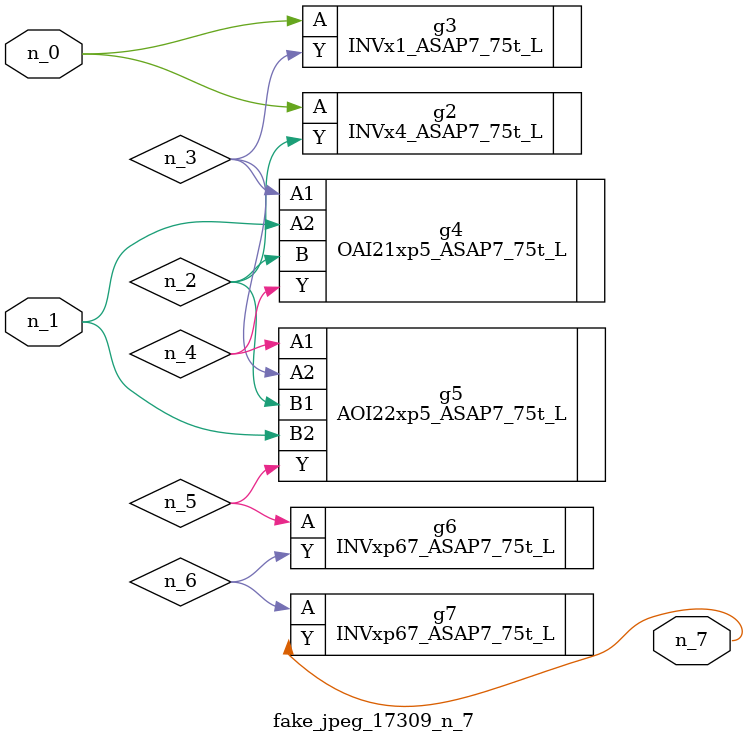
<source format=v>
module fake_jpeg_17309_n_7 (n_0, n_1, n_7);

input n_0;
input n_1;

output n_7;

wire n_2;
wire n_3;
wire n_4;
wire n_6;
wire n_5;

INVx4_ASAP7_75t_L g2 ( 
.A(n_0),
.Y(n_2)
);

INVx1_ASAP7_75t_L g3 ( 
.A(n_0),
.Y(n_3)
);

OAI21xp5_ASAP7_75t_L g4 ( 
.A1(n_3),
.A2(n_1),
.B(n_2),
.Y(n_4)
);

AOI22xp5_ASAP7_75t_L g5 ( 
.A1(n_4),
.A2(n_3),
.B1(n_2),
.B2(n_1),
.Y(n_5)
);

INVxp67_ASAP7_75t_L g6 ( 
.A(n_5),
.Y(n_6)
);

INVxp67_ASAP7_75t_L g7 ( 
.A(n_6),
.Y(n_7)
);


endmodule
</source>
